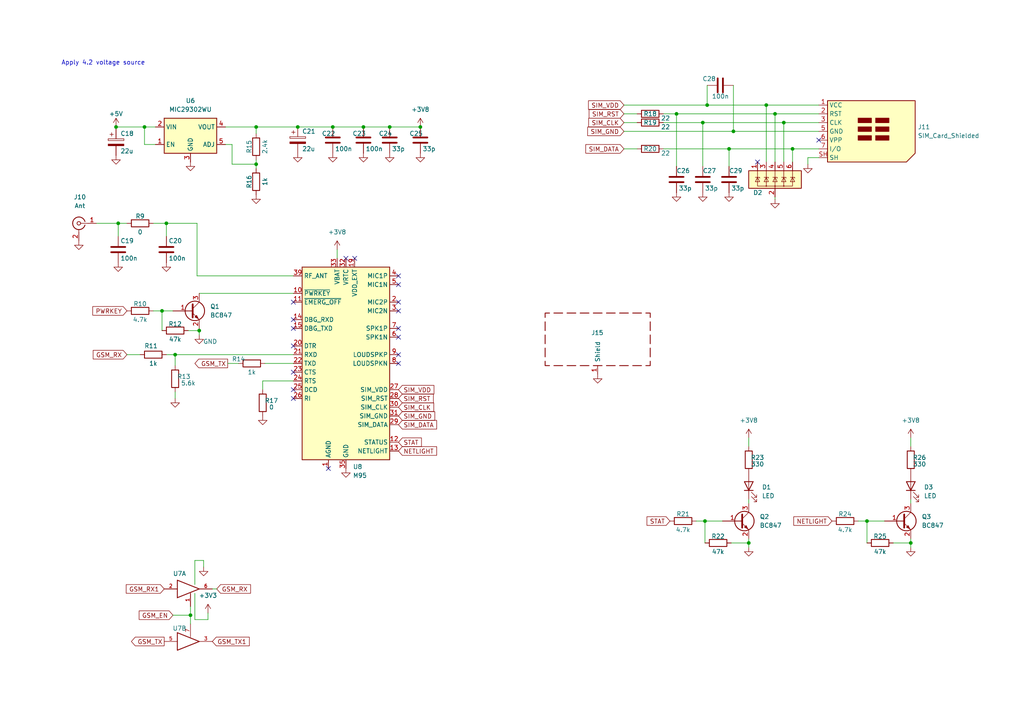
<source format=kicad_sch>
(kicad_sch (version 20211123) (generator eeschema)
  (paper "A4")
  (lib_symbols
    (symbol "74xGxx:74LVC2G126" (pin_names (offset 1.016))
      (property "Reference" "U" (at -2.54 3.81 0))
      (property "Value" "74LVC2G126" (at 0 -3.81 0))
      (symbol "74LVC2G126_0_1"
        (polyline (pts (xy -3.81 2.54) (xy -3.81 -2.54) (xy 2.54 0) (xy -3.81 2.54)) (stroke (width 0.254)))
        (pin power_in line (at 1.27 -1.27 270) (length 0) hide (name "GND") (number "4"))
        (pin power_in line (at 1.27 1.27 90) (length 0) hide (name "VCC") (number "8"))
      )
      (symbol "74LVC2G126_1_1"
        (pin input line (at 0 5.08 270) (length 3.81) (name "~") (number "1"))
        (pin input line (at -7.62 0 0) (length 3.81) (name "~") (number "2"))
        (pin tri_state line (at 6.35 0 180) (length 3.81) (name "~") (number "6"))
      )
      (symbol "74LVC2G126_2_1"
        (pin tri_state line (at 6.35 0 180) (length 3.81) (name "~") (number "3"))
        (pin input line (at -7.62 0 0) (length 3.81) (name "~") (number "5"))
        (pin input line (at 0 5.08 270) (length 3.81) (name "~") (number "7"))
      )
    )
    (symbol "Connector:Conn_Coaxial" (pin_names (offset 1.016) hide)
      (property "Reference" "J" (at 0.254 3.048 0))
      (property "Value" "Conn_Coaxial" (at 2.921 0 90))
      (symbol "Conn_Coaxial_0_1"
        (arc (start -1.778 -0.508) (mid 0.222 -1.808) (end 1.778 0) (stroke (width 0.254)))
        (polyline (pts (xy -2.54 0) (xy -0.508 0)))
        (polyline (pts (xy 0 -2.54) (xy 0 -1.778)))
        (circle (center 0 0) (radius 0.508) (stroke (width 0.2032)))
        (arc (start 1.778 0) (mid 0.222 1.8083) (end -1.778 0.508) (stroke (width 0.254)))
      )
      (symbol "Conn_Coaxial_1_1"
        (pin passive line (at -5.08 0 0) (length 2.54) (name "In") (number "1"))
        (pin passive line (at 0 -5.08 90) (length 2.54) (name "Ext") (number "2"))
      )
    )
    (symbol "Connector:SIM_Card_Shielded"
      (property "Reference" "J" (at -2.54 12.7 0))
      (property "Value" "SIM_Card_Shielded" (at -1.27 10.16 0))
      (symbol "SIM_Card_Shielded_0_1"
        (rectangle (start -1.27 -2.54) (end 2.54 -1.27) (stroke (width 0.254)) (fill (type outline)))
        (rectangle (start -1.27 0) (end 2.54 1.27) (stroke (width 0.254)) (fill (type outline)))
        (rectangle (start -1.27 2.54) (end 2.54 3.81) (stroke (width 0.254)) (fill (type outline)))
        (polyline (pts (xy -10.16 8.89) (xy -10.16 -8.89) (xy 12.7 -8.89) (xy 15.24 -6.35) (xy 15.24 8.89) (xy -10.16 8.89)) (stroke (width 0.254)) (fill (type background)))
        (rectangle (start 3.81 -1.27) (end 7.62 -2.54) (stroke (width 0.254)) (fill (type outline)))
        (rectangle (start 3.81 0) (end 7.62 1.27) (stroke (width 0.254)) (fill (type outline)))
        (rectangle (start 3.81 2.54) (end 7.62 3.81) (stroke (width 0.254)) (fill (type outline)))
      )
      (symbol "SIM_Card_Shielded_1_1"
        (pin power_in line (at -12.7 7.62 0) (length 2.54) (name "VCC") (number "1"))
        (pin input line (at -12.7 5.08 0) (length 2.54) (name "RST") (number "2"))
        (pin input line (at -12.7 2.54 0) (length 2.54) (name "CLK") (number "3"))
        (pin power_in line (at -12.7 0 0) (length 2.54) (name "GND") (number "5"))
        (pin input line (at -12.7 -2.54 0) (length 2.54) (name "VPP") (number "6"))
        (pin bidirectional line (at -12.7 -5.08 0) (length 2.54) (name "I/O") (number "7"))
        (pin passive line (at -12.7 -7.62 0) (length 2.54) (name "SH") (number "SH"))
      )
    )
    (symbol "Device:C" (pin_numbers hide) (pin_names (offset 0.254))
      (property "Reference" "C" (at 0.635 2.54 0))
      (property "Value" "C" (at 0.635 -2.54 0))
      (symbol "C_0_1"
        (polyline (pts (xy -2.032 -0.762) (xy 2.032 -0.762)) (stroke (width 0.508)))
        (polyline (pts (xy -2.032 0.762) (xy 2.032 0.762)) (stroke (width 0.508)))
      )
      (symbol "C_1_1"
        (pin passive line (at 0 3.81 270) (length 2.794) (name "~") (number "1"))
        (pin passive line (at 0 -3.81 90) (length 2.794) (name "~") (number "2"))
      )
    )
    (symbol "Device:C_Polarized" (pin_numbers hide) (pin_names (offset 0.254))
      (property "Reference" "C" (at 0.635 2.54 0))
      (property "Value" "C_Polarized" (at 0.635 -2.54 0))
      (symbol "C_Polarized_0_1"
        (rectangle (start -2.286 0.508) (end 2.286 1.016))
        (polyline (pts (xy -1.778 2.286) (xy -0.762 2.286)))
        (polyline (pts (xy -1.27 2.794) (xy -1.27 1.778)))
        (rectangle (start 2.286 -0.508) (end -2.286 -1.016) (fill (type outline)))
      )
      (symbol "C_Polarized_1_1"
        (pin passive line (at 0 3.81 270) (length 2.794) (name "~") (number "1"))
        (pin passive line (at 0 -3.81 90) (length 2.794) (name "~") (number "2"))
      )
    )
    (symbol "Device:LED" (pin_numbers hide) (pin_names (offset 1.016) hide)
      (property "Reference" "D" (at 0 2.54 0))
      (property "Value" "LED" (at 0 -2.54 0))
      (symbol "LED_0_1"
        (polyline (pts (xy -1.27 -1.27) (xy -1.27 1.27)) (stroke (width 0.254)))
        (polyline (pts (xy -1.27 0) (xy 1.27 0)))
        (polyline (pts (xy 1.27 -1.27) (xy 1.27 1.27) (xy -1.27 0) (xy 1.27 -1.27)) (stroke (width 0.254)))
        (polyline (pts (xy -3.048 -0.762) (xy -4.572 -2.286) (xy -3.81 -2.286) (xy -4.572 -2.286) (xy -4.572 -1.524)))
        (polyline (pts (xy -1.778 -0.762) (xy -3.302 -2.286) (xy -2.54 -2.286) (xy -3.302 -2.286) (xy -3.302 -1.524)))
      )
      (symbol "LED_1_1"
        (pin passive line (at -3.81 0 0) (length 2.54) (name "K") (number "1"))
        (pin passive line (at 3.81 0 180) (length 2.54) (name "A") (number "2"))
      )
    )
    (symbol "Device:R" (pin_numbers hide) (pin_names (offset 0))
      (property "Reference" "R" (at 2.032 0 90))
      (property "Value" "R" (at 0 0 90))
      (symbol "R_0_1"
        (rectangle (start -1.016 -2.54) (end 1.016 2.54) (stroke (width 0.254)))
      )
      (symbol "R_1_1"
        (pin passive line (at 0 3.81 270) (length 1.27) (name "~") (number "1"))
        (pin passive line (at 0 -3.81 90) (length 1.27) (name "~") (number "2"))
      )
    )
    (symbol "Device:RFShield_OnePiece" (pin_names (offset 1.016))
      (property "Reference" "J" (at 0 5.08 0))
      (property "Value" "RFShield_OnePiece" (at 0 2.54 0))
      (symbol "RFShield_OnePiece_0_1"
        (polyline (pts (xy -15.24 -5.08) (xy -15.24 -2.54)) (stroke (width 0.254)))
        (polyline (pts (xy -15.24 -1.27) (xy -15.24 1.27)) (stroke (width 0.254)))
        (polyline (pts (xy -15.24 2.54) (xy -15.24 5.08)) (stroke (width 0.254)))
        (polyline (pts (xy -12.7 7.62) (xy -10.16 7.62)) (stroke (width 0.254)))
        (polyline (pts (xy -10.16 -7.62) (xy -12.7 -7.62)) (stroke (width 0.254)))
        (polyline (pts (xy -6.35 -7.62) (xy -8.89 -7.62)) (stroke (width 0.254)))
        (polyline (pts (xy -6.35 7.62) (xy -8.89 7.62)) (stroke (width 0.254)))
        (polyline (pts (xy -2.54 -7.62) (xy -5.08 -7.62)) (stroke (width 0.254)))
        (polyline (pts (xy -2.54 7.62) (xy -5.08 7.62)) (stroke (width 0.254)))
        (polyline (pts (xy -1.27 -7.62) (xy 1.27 -7.62)) (stroke (width 0.254)))
        (polyline (pts (xy 1.27 7.62) (xy -1.27 7.62)) (stroke (width 0.254)))
        (polyline (pts (xy 2.54 -7.62) (xy 5.08 -7.62)) (stroke (width 0.254)))
        (polyline (pts (xy 5.08 7.62) (xy 2.54 7.62)) (stroke (width 0.254)))
        (polyline (pts (xy 6.35 -7.62) (xy 8.89 -7.62)) (stroke (width 0.254)))
        (polyline (pts (xy 8.89 7.62) (xy 6.35 7.62)) (stroke (width 0.254)))
        (polyline (pts (xy 10.16 -7.62) (xy 12.7 -7.62)) (stroke (width 0.254)))
        (polyline (pts (xy 12.7 7.62) (xy 10.16 7.62)) (stroke (width 0.254)))
        (polyline (pts (xy 15.24 -5.08) (xy 15.24 -2.54)) (stroke (width 0.254)))
        (polyline (pts (xy 15.24 -1.27) (xy 15.24 1.27)) (stroke (width 0.254)))
        (polyline (pts (xy 15.24 2.54) (xy 15.24 5.08)) (stroke (width 0.254)))
        (polyline (pts (xy -15.24 6.35) (xy -15.24 7.62) (xy -13.97 7.62)) (stroke (width 0.254)))
        (polyline (pts (xy -13.97 -7.62) (xy -15.24 -7.62) (xy -15.24 -6.35)) (stroke (width 0.254)))
        (polyline (pts (xy 13.97 -7.62) (xy 15.24 -7.62) (xy 15.24 -6.35)) (stroke (width 0.254)))
        (polyline (pts (xy 15.24 6.35) (xy 15.24 7.62) (xy 13.97 7.62)) (stroke (width 0.254)))
      )
      (symbol "RFShield_OnePiece_1_1"
        (pin passive line (at 0 -10.16 90) (length 2.54) (name "Shield") (number "1"))
      )
    )
    (symbol "Power_Protection:ESDA6V1-5SC6" (pin_names hide)
      (property "Reference" "D" (at -5.08 -3.81 0))
      (property "Value" "ESDA6V1-5SC6" (at 2.54 -3.81 0))
      (symbol "ESDA6V1-5SC6_0_0"
        (pin passive line (at 0 -5.08 90) (length 2.54) (name "GND") (number "2"))
      )
      (symbol "ESDA6V1-5SC6_0_1"
        (rectangle (start -7.62 2.54) (end 7.62 -2.54) (stroke (width 0.254)) (fill (type background)))
        (circle (center -2.54 -1.905) (radius 0.127))
        (circle (center 0 -1.905) (radius 0.127))
        (polyline (pts (xy -2.54 2.54) (xy -2.54 -1.905)))
        (polyline (pts (xy 0 2.54) (xy 0 -2.54)))
        (polyline (pts (xy 2.54 2.54) (xy 2.54 -1.905)))
        (polyline (pts (xy -5.715 0.635) (xy -4.445 0.635) (xy -4.445 0.381)))
        (polyline (pts (xy -3.175 0.635) (xy -1.905 0.635) (xy -1.905 0.381)))
        (polyline (pts (xy -0.635 0.635) (xy 0.635 0.635) (xy 0.635 0.381)))
        (polyline (pts (xy 1.905 0.635) (xy 3.175 0.635) (xy 3.175 0.381)))
        (polyline (pts (xy 4.445 0.635) (xy 5.715 0.635) (xy 5.715 0.381)))
        (polyline (pts (xy -5.715 -0.635) (xy -4.445 -0.635) (xy -5.08 0.635) (xy -5.715 -0.635)))
        (polyline (pts (xy -5.08 2.54) (xy -5.08 -1.905) (xy 5.08 -1.905) (xy 5.08 2.54)))
        (polyline (pts (xy -3.175 -0.635) (xy -1.905 -0.635) (xy -2.54 0.635) (xy -3.175 -0.635)))
        (polyline (pts (xy -0.635 -0.635) (xy 0.635 -0.635) (xy 0 0.635) (xy -0.635 -0.635)))
        (polyline (pts (xy 1.905 -0.635) (xy 3.175 -0.635) (xy 2.54 0.635) (xy 1.905 -0.635)))
        (polyline (pts (xy 4.445 -0.635) (xy 5.715 -0.635) (xy 5.08 0.635) (xy 4.445 -0.635)))
        (circle (center 2.54 -1.905) (radius 0.127))
      )
      (symbol "ESDA6V1-5SC6_1_1"
        (pin passive line (at -5.08 5.08 270) (length 2.54) (name "IO1") (number "1"))
        (pin passive line (at -2.54 5.08 270) (length 2.54) (name "IO2") (number "3"))
        (pin passive line (at 0 5.08 270) (length 2.54) (name "IO3") (number "4"))
        (pin passive line (at 2.54 5.08 270) (length 2.54) (name "IO4") (number "5"))
        (pin passive line (at 5.08 5.08 270) (length 2.54) (name "IO5") (number "6"))
      )
    )
    (symbol "RF_GSM:M95"
      (property "Reference" "U" (at -12.7 29.21 0))
      (property "Value" "M95" (at 12.7 29.21 0))
      (symbol "M95_0_1"
        (rectangle (start -12.7 27.94) (end 12.7 -27.94) (stroke (width 0.254)) (fill (type background)))
      )
      (symbol "M95_1_1"
        (pin power_in line (at -5.08 -30.48 90) (length 2.54) (name "AGND") (number "1"))
        (pin input line (at -15.24 20.32 0) (length 2.54) (name "~{PWRKEY}") (number "10"))
        (pin input line (at -15.24 17.78 0) (length 2.54) (name "~{EMERG_OFF}") (number "11"))
        (pin output line (at 15.24 -22.86 180) (length 2.54) (name "STATUS") (number "12"))
        (pin output line (at 15.24 -25.4 180) (length 2.54) (name "NETLIGHT") (number "13"))
        (pin input line (at -15.24 12.7 0) (length 2.54) (name "DBG_RXD") (number "14"))
        (pin output line (at -15.24 10.16 0) (length 2.54) (name "DBG_TXD") (number "15"))
        (pin no_connect line (at -12.7 -12.7 0) (length 2.54) hide (name "RESERVED") (number "16"))
        (pin no_connect line (at -12.7 -15.24 0) (length 2.54) hide (name "RESERVED") (number "17"))
        (pin no_connect line (at -12.7 -17.78 0) (length 2.54) hide (name "RESERVED") (number "18"))
        (pin power_out line (at 2.54 30.48 270) (length 2.54) (name "VDD_EXT") (number "19"))
        (pin input line (at 15.24 17.78 180) (length 2.54) (name "MIC2P") (number "2"))
        (pin input line (at -15.24 5.08 0) (length 2.54) (name "DTR") (number "20"))
        (pin input line (at -15.24 2.54 0) (length 2.54) (name "RXD") (number "21"))
        (pin output line (at -15.24 0 0) (length 2.54) (name "TXD") (number "22"))
        (pin output line (at -15.24 -2.54 0) (length 2.54) (name "CTS") (number "23"))
        (pin input line (at -15.24 -5.08 0) (length 2.54) (name "RTS") (number "24"))
        (pin output line (at -15.24 -7.62 0) (length 2.54) (name "DCD") (number "25"))
        (pin output line (at -15.24 -10.16 0) (length 2.54) (name "RI") (number "26"))
        (pin power_out line (at 15.24 -7.62 180) (length 2.54) (name "SIM_VDD") (number "27"))
        (pin output line (at 15.24 -10.16 180) (length 2.54) (name "SIM_RST") (number "28"))
        (pin bidirectional line (at 15.24 -17.78 180) (length 2.54) (name "SIM_DATA") (number "29"))
        (pin input line (at 15.24 15.24 180) (length 2.54) (name "MIC2N") (number "3"))
        (pin output line (at 15.24 -12.7 180) (length 2.54) (name "SIM_CLK") (number "30"))
        (pin power_out line (at 15.24 -15.24 180) (length 2.54) (name "SIM_GND") (number "31"))
        (pin power_in line (at 0 30.48 270) (length 2.54) (name "VRTC") (number "32"))
        (pin power_in line (at -2.54 30.48 270) (length 2.54) (name "VBAT") (number "33"))
        (pin passive line (at -2.54 30.48 270) (length 2.54) hide (name "VBAT") (number "34"))
        (pin power_in line (at 0 -30.48 90) (length 2.54) (name "GND") (number "35"))
        (pin passive line (at 0 -30.48 90) (length 2.54) hide (name "GND") (number "36"))
        (pin passive line (at 0 -30.48 90) (length 2.54) hide (name "GND") (number "37"))
        (pin passive line (at 0 -30.48 90) (length 2.54) hide (name "GND") (number "38"))
        (pin passive line (at -15.24 25.4 0) (length 2.54) (name "RF_ANT") (number "39"))
        (pin input line (at 15.24 25.4 180) (length 2.54) (name "MIC1P") (number "4"))
        (pin passive line (at 0 -30.48 90) (length 2.54) hide (name "GND") (number "40"))
        (pin no_connect line (at -12.7 -20.32 0) (length 2.54) hide (name "RESERVED") (number "41"))
        (pin no_connect line (at -12.7 -22.86 0) (length 2.54) hide (name "RESERVED") (number "42"))
        (pin input line (at 15.24 22.86 180) (length 2.54) (name "MIC1N") (number "5"))
        (pin output line (at 15.24 7.62 180) (length 2.54) (name "SPK1N") (number "6"))
        (pin output line (at 15.24 10.16 180) (length 2.54) (name "SPK1P") (number "7"))
        (pin output line (at 15.24 0 180) (length 2.54) (name "LOUDSPKN") (number "8"))
        (pin output line (at 15.24 2.54 180) (length 2.54) (name "LOUDSPKP") (number "9"))
      )
    )
    (symbol "Regulator_Linear:MIC29302WU"
      (property "Reference" "U" (at -6.35 6.35 0))
      (property "Value" "MIC29302WU" (at 2.54 6.35 0))
      (symbol "MIC29302WU_1_1"
        (rectangle (start -7.62 5.08) (end 7.62 -5.08) (stroke (width 0.254)) (fill (type background)))
        (pin input line (at -10.16 -2.54 0) (length 2.54) (name "EN") (number "1"))
        (pin power_in line (at -10.16 2.54 0) (length 2.54) (name "VIN") (number "2"))
        (pin power_in line (at 0 -7.62 90) (length 2.54) (name "GND") (number "3"))
        (pin power_out line (at 10.16 2.54 180) (length 2.54) (name "VOUT") (number "4"))
        (pin input line (at 10.16 -2.54 180) (length 2.54) (name "ADJ") (number "5"))
      )
    )
    (symbol "Transistor_BJT:BC847" (pin_names (offset 0) hide)
      (property "Reference" "Q" (at 5.08 1.905 0))
      (property "Value" "BC847" (at 5.08 0 0))
      (symbol "BC847_0_1"
        (polyline (pts (xy 0.635 0.635) (xy 2.54 2.54)))
        (polyline (pts (xy 0.635 -0.635) (xy 2.54 -2.54) (xy 2.54 -2.54)))
        (polyline (pts (xy 0.635 1.905) (xy 0.635 -1.905) (xy 0.635 -1.905)) (stroke (width 0.508)))
        (polyline (pts (xy 1.27 -1.778) (xy 1.778 -1.27) (xy 2.286 -2.286) (xy 1.27 -1.778) (xy 1.27 -1.778)) (fill (type outline)))
        (circle (center 1.27 0) (radius 2.8194) (stroke (width 0.254)))
      )
      (symbol "BC847_1_1"
        (pin input line (at -5.08 0 0) (length 5.715) (name "B") (number "1"))
        (pin passive line (at 2.54 -5.08 90) (length 2.54) (name "E") (number "2"))
        (pin passive line (at 2.54 5.08 270) (length 2.54) (name "C") (number "3"))
      )
    )
    (symbol "power:+3.3V" (power) (pin_names (offset 0))
      (property "Value" "+3.3V" (at 0 3.556 0))
      (symbol "+3.3V_0_1"
        (polyline (pts (xy -0.762 1.27) (xy 0 2.54)))
        (polyline (pts (xy 0 0) (xy 0 2.54)))
        (polyline (pts (xy 0 2.54) (xy 0.762 1.27)))
      )
      (symbol "+3.3V_1_1"
        (pin power_in line (at 0 0 90) (length 0) hide (name "+3V3") (number "1"))
      )
    )
    (symbol "power:+3V8" (power) (pin_names (offset 0))
      (property "Value" "+3V8" (at 0 3.556 0))
      (symbol "+3V8_0_1"
        (polyline (pts (xy -0.762 1.27) (xy 0 2.54)))
        (polyline (pts (xy 0 0) (xy 0 2.54)))
        (polyline (pts (xy 0 2.54) (xy 0.762 1.27)))
      )
      (symbol "+3V8_1_1"
        (pin power_in line (at 0 0 90) (length 0) hide (name "+3V8") (number "1"))
      )
    )
    (symbol "power:+5V" (power) (pin_names (offset 0))
      (property "Value" "+5V" (at 0 3.556 0))
      (symbol "+5V_0_1"
        (polyline (pts (xy -0.762 1.27) (xy 0 2.54)))
        (polyline (pts (xy 0 0) (xy 0 2.54)))
        (polyline (pts (xy 0 2.54) (xy 0.762 1.27)))
      )
      (symbol "+5V_1_1"
        (pin power_in line (at 0 0 90) (length 0) hide (name "+5V") (number "1"))
      )
    )
    (symbol "power:GND" (power) (pin_names (offset 0))
      (property "Value" "GND" (at 0 -3.81 0))
      (symbol "GND_0_1"
        (polyline (pts (xy 0 0) (xy 0 -1.27) (xy 1.27 -1.27) (xy 0 -2.54) (xy -1.27 -1.27) (xy 0 -1.27)))
      )
      (symbol "GND_1_1"
        (pin power_in line (at 0 0 270) (length 0) hide (name "GND") (number "1"))
      )
    )
  )
  (junction (at 50.8 102.87))
  (junction (at 203.835 35.56))
  (junction (at 121.92 36.83))
  (junction (at 113.03 36.83))
  (junction (at 224.79 33.02))
  (junction (at 34.29 64.77))
  (junction (at 48.26 64.77))
  (junction (at 96.52 36.83))
  (junction (at 86.36 36.83))
  (junction (at 105.41 36.83))
  (junction (at 74.295 36.83))
  (junction (at 57.785 95.885))
  (junction (at 33.655 36.83))
  (junction (at 251.46 151.13))
  (junction (at 229.87 43.18))
  (junction (at 196.215 33.02))
  (junction (at 204.47 151.13))
  (junction (at 205.105 30.48))
  (junction (at 227.33 35.56))
  (junction (at 211.455 43.18))
  (junction (at 55.245 178.435))
  (junction (at 264.16 157.48))
  (junction (at 46.99 90.17))
  (junction (at 222.25 30.48))
  (junction (at 217.17 157.48))
  (junction (at 212.725 38.1))
  (junction (at 41.91 36.83))
  (junction (at 74.295 47.625))
  (no_connect (at 237.49 40.64))
  (no_connect (at 219.71 46.99))
  (no_connect (at 85.09 100.33))
  (no_connect (at 100.33 74.93))
  (no_connect (at 102.87 74.93))
  (no_connect (at 115.57 87.63))
  (no_connect (at 115.57 90.17))
  (no_connect (at 115.57 95.25))
  (no_connect (at 115.57 102.87))
  (no_connect (at 115.57 97.79))
  (no_connect (at 115.57 80.01))
  (no_connect (at 115.57 82.55))
  (no_connect (at 115.57 105.41))
  (no_connect (at 85.09 95.25))
  (no_connect (at 85.09 87.63))
  (no_connect (at 85.09 92.71))
  (no_connect (at 85.09 107.95))
  (no_connect (at 85.09 113.03))
  (no_connect (at 85.09 115.57))
  (no_connect (at 95.25 135.89))
  (wire (pts (xy 212.725 24.765) (xy 212.725 38.1)))
  (wire (pts (xy 59.055 164.465) (xy 59.055 162.56)))
  (wire (pts (xy 192.405 35.56) (xy 203.835 35.56)))
  (wire (pts (xy 66.04 105.41) (xy 69.215 105.41)))
  (wire (pts (xy 61.595 170.815) (xy 62.865 170.815)))
  (wire (pts (xy 67.31 47.625) (xy 74.295 47.625)))
  (wire (pts (xy 50.165 178.435) (xy 55.245 178.435)))
  (wire (pts (xy 229.87 43.18) (xy 237.49 43.18)))
  (wire (pts (xy 36.83 102.87) (xy 40.64 102.87)))
  (wire (pts (xy 192.405 43.18) (xy 211.455 43.18)))
  (wire (pts (xy 34.29 64.77) (xy 36.83 64.77)))
  (wire (pts (xy 105.41 36.83) (xy 113.03 36.83)))
  (wire (pts (xy 217.17 127) (xy 217.17 129.54)))
  (wire (pts (xy 180.975 35.56) (xy 184.785 35.56)))
  (wire (pts (xy 74.295 36.83) (xy 86.36 36.83)))
  (wire (pts (xy 264.16 146.05) (xy 264.16 144.78)))
  (wire (pts (xy 85.09 80.01) (xy 57.15 80.01)))
  (wire (pts (xy 65.405 41.91) (xy 67.31 41.91)))
  (wire (pts (xy 57.785 85.09) (xy 85.09 85.09)))
  (wire (pts (xy 203.835 48.26) (xy 203.835 35.56)))
  (wire (pts (xy 76.835 105.41) (xy 85.09 105.41)))
  (wire (pts (xy 229.87 43.18) (xy 229.87 46.99)))
  (wire (pts (xy 234.315 45.72) (xy 234.315 47.625)))
  (wire (pts (xy 65.405 36.83) (xy 74.295 36.83)))
  (wire (pts (xy 222.25 30.48) (xy 222.25 46.99)))
  (wire (pts (xy 76.2 110.49) (xy 85.09 110.49)))
  (wire (pts (xy 204.47 157.48) (xy 204.47 151.13)))
  (wire (pts (xy 259.08 157.48) (xy 264.16 157.48)))
  (wire (pts (xy 264.16 127) (xy 264.16 129.54)))
  (wire (pts (xy 196.215 33.02) (xy 224.79 33.02)))
  (wire (pts (xy 86.36 36.83) (xy 96.52 36.83)))
  (wire (pts (xy 57.15 80.01) (xy 57.15 64.77)))
  (wire (pts (xy 113.03 36.83) (xy 121.92 36.83)))
  (wire (pts (xy 50.8 102.87) (xy 85.09 102.87)))
  (wire (pts (xy 224.79 57.15) (xy 224.79 57.785)))
  (wire (pts (xy 74.295 36.83) (xy 74.295 38.735)))
  (wire (pts (xy 204.47 151.13) (xy 209.55 151.13)))
  (wire (pts (xy 33.655 36.83) (xy 33.655 37.465)))
  (wire (pts (xy 212.09 157.48) (xy 217.17 157.48)))
  (wire (pts (xy 54.61 95.885) (xy 57.785 95.885)))
  (wire (pts (xy 55.245 175.895) (xy 55.245 178.435)))
  (wire (pts (xy 248.92 151.13) (xy 251.46 151.13)))
  (wire (pts (xy 60.325 177.8) (xy 60.325 179.705)))
  (wire (pts (xy 45.085 41.91) (xy 41.91 41.91)))
  (wire (pts (xy 46.99 90.17) (xy 50.165 90.17)))
  (wire (pts (xy 50.8 113.665) (xy 50.8 115.57)))
  (wire (pts (xy 205.105 24.765) (xy 205.105 30.48)))
  (wire (pts (xy 222.25 30.48) (xy 237.49 30.48)))
  (wire (pts (xy 224.79 33.02) (xy 237.49 33.02)))
  (wire (pts (xy 33.655 36.83) (xy 41.91 36.83)))
  (wire (pts (xy 48.26 64.77) (xy 57.15 64.77)))
  (wire (pts (xy 224.79 33.02) (xy 224.79 46.99)))
  (wire (pts (xy 57.785 95.25) (xy 57.785 95.885)))
  (wire (pts (xy 48.26 64.77) (xy 48.26 68.58)))
  (wire (pts (xy 217.17 157.48) (xy 217.17 158.75)))
  (wire (pts (xy 56.515 162.56) (xy 59.055 162.56)))
  (wire (pts (xy 44.45 64.77) (xy 48.26 64.77)))
  (wire (pts (xy 264.16 156.21) (xy 264.16 157.48)))
  (wire (pts (xy 96.52 36.83) (xy 105.41 36.83)))
  (wire (pts (xy 180.975 30.48) (xy 205.105 30.48)))
  (wire (pts (xy 74.295 47.625) (xy 74.295 48.895)))
  (wire (pts (xy 264.16 157.48) (xy 264.16 158.75)))
  (wire (pts (xy 227.33 35.56) (xy 237.49 35.56)))
  (wire (pts (xy 217.17 156.21) (xy 217.17 157.48)))
  (wire (pts (xy 48.26 102.87) (xy 50.8 102.87)))
  (wire (pts (xy 211.455 48.26) (xy 211.455 43.18)))
  (wire (pts (xy 211.455 43.18) (xy 229.87 43.18)))
  (wire (pts (xy 192.405 33.02) (xy 196.215 33.02)))
  (wire (pts (xy 203.835 35.56) (xy 227.33 35.56)))
  (wire (pts (xy 27.94 64.77) (xy 34.29 64.77)))
  (wire (pts (xy 76.2 113.03) (xy 76.2 110.49)))
  (wire (pts (xy 180.975 43.18) (xy 184.785 43.18)))
  (wire (pts (xy 180.975 38.1) (xy 212.725 38.1)))
  (wire (pts (xy 201.93 151.13) (xy 204.47 151.13)))
  (wire (pts (xy 46.99 90.17) (xy 46.99 95.885)))
  (wire (pts (xy 74.295 46.355) (xy 74.295 47.625)))
  (wire (pts (xy 196.215 33.02) (xy 196.215 48.26)))
  (wire (pts (xy 44.45 90.17) (xy 46.99 90.17)))
  (wire (pts (xy 41.91 41.91) (xy 41.91 36.83)))
  (wire (pts (xy 56.515 172.085) (xy 56.515 179.705)))
  (wire (pts (xy 251.46 151.13) (xy 256.54 151.13)))
  (wire (pts (xy 205.105 30.48) (xy 222.25 30.48)))
  (wire (pts (xy 57.785 95.885) (xy 57.785 97.155)))
  (wire (pts (xy 55.245 178.435) (xy 55.245 180.975)))
  (wire (pts (xy 217.17 146.05) (xy 217.17 144.78)))
  (wire (pts (xy 212.725 38.1) (xy 237.49 38.1)))
  (wire (pts (xy 34.29 64.77) (xy 34.29 68.58)))
  (wire (pts (xy 227.33 35.56) (xy 227.33 46.99)))
  (wire (pts (xy 56.515 179.705) (xy 60.325 179.705)))
  (wire (pts (xy 251.46 157.48) (xy 251.46 151.13)))
  (wire (pts (xy 180.975 33.02) (xy 184.785 33.02)))
  (wire (pts (xy 56.515 162.56) (xy 56.515 169.545)))
  (wire (pts (xy 67.31 41.91) (xy 67.31 47.625)))
  (wire (pts (xy 97.79 72.39) (xy 97.79 74.93)))
  (wire (pts (xy 41.91 36.83) (xy 45.085 36.83)))
  (wire (pts (xy 237.49 45.72) (xy 234.315 45.72)))
  (wire (pts (xy 50.8 102.87) (xy 50.8 106.045)))
  (text "Apply 4.2 voltage source\n" (at 17.78 19.05 0) (effects (font (size 1.27 1.27)) (justify left bottom)))
  (global_label "SIM_DATA" (shape input) (at 180.975 43.18 180) (property "Intersheet References" "${INTERSHEET_REFS}" (effects hide)))
  (global_label "SIM_VDD" (shape input) (at 115.57 113.03 0) (property "Intersheet References" "${INTERSHEET_REFS}" (effects hide)))
  (global_label "SIM_RST" (shape input) (at 180.975 33.02 180) (property "Intersheet References" "${INTERSHEET_REFS}" (effects hide)))
  (global_label "STAT" (shape input) (at 115.57 128.27 0) (property "Intersheet References" "${INTERSHEET_REFS}" (effects hide)))
  (global_label "GSM_TX" (shape output) (at 47.625 186.055 180) (property "Intersheet References" "${INTERSHEET_REFS}" (effects hide)))
  (global_label "GSM_TX" (shape output) (at 66.04 105.41 180) (property "Intersheet References" "${INTERSHEET_REFS}" (effects hide)))
  (global_label "SIM_VDD" (shape input) (at 180.975 30.48 180) (property "Intersheet References" "${INTERSHEET_REFS}" (effects hide)))
  (global_label "NETLIGHT" (shape input) (at 115.57 130.81 0) (property "Intersheet References" "${INTERSHEET_REFS}" (effects hide)))
  (global_label "SIM_CLK" (shape input) (at 115.57 118.11 0) (property "Intersheet References" "${INTERSHEET_REFS}" (effects hide)))
  (global_label "SIM_RST" (shape input) (at 115.57 115.57 0) (property "Intersheet References" "${INTERSHEET_REFS}" (effects hide)))
  (global_label "PWRKEY" (shape input) (at 36.83 90.17 180) (property "Intersheet References" "${INTERSHEET_REFS}" (effects hide)))
  (global_label "GSM_TX1" (shape input) (at 61.595 186.055 0) (property "Intersheet References" "${INTERSHEET_REFS}" (effects hide)))
  (global_label "SIM_GND" (shape input) (at 115.57 120.65 0) (property "Intersheet References" "${INTERSHEET_REFS}" (effects hide)))
  (global_label "SIM_CLK" (shape input) (at 180.975 35.56 180) (property "Intersheet References" "${INTERSHEET_REFS}" (effects hide)))
  (global_label "NETLIGHT" (shape input) (at 241.3 151.13 180) (property "Intersheet References" "${INTERSHEET_REFS}" (effects hide)))
  (global_label "SIM_DATA" (shape input) (at 115.57 123.19 0) (property "Intersheet References" "${INTERSHEET_REFS}" (effects hide)))
  (global_label "GSM_RX" (shape input) (at 36.83 102.87 180) (property "Intersheet References" "${INTERSHEET_REFS}" (effects hide)))
  (global_label "GSM_RX" (shape input) (at 62.865 170.815 0) (property "Intersheet References" "${INTERSHEET_REFS}" (effects hide)))
  (global_label "GSM_RX1" (shape input) (at 47.625 170.815 180) (property "Intersheet References" "${INTERSHEET_REFS}" (effects hide)))
  (global_label "GSM_EN" (shape input) (at 50.165 178.435 180) (property "Intersheet References" "${INTERSHEET_REFS}" (effects hide)))
  (global_label "SIM_GND" (shape input) (at 180.975 38.1 180) (property "Intersheet References" "${INTERSHEET_REFS}" (effects hide)))
  (global_label "STAT" (shape input) (at 194.31 151.13 180) (property "Intersheet References" "${INTERSHEET_REFS}" (effects hide)))
  (symbol (lib_id "power:+3V8") (at 264.16 127 0) (unit 1)
    (property "Reference" "#PWR066" (effects hide))
    (property "Value" "+3V8" (at 264.16 121.92 0))
  )
  (symbol (lib_id "Device:R") (at 40.64 64.77 270) (unit 1)
    (property "Reference" "R9" (at 40.64 62.738 90))
    (property "Value" "0" (at 40.64 67.31 90))
    (property "Footprint" "Resistor_SMD:R_0402_1005Metric" (effects hide))
  )
  (symbol (lib_id "Device:R") (at 50.8 109.855 180) (unit 1)
    (property "Reference" "R13" (at 53.34 109.22 0))
    (property "Value" "5.6k" (at 54.61 111.125 0))
    (property "Footprint" "Resistor_SMD:R_0402_1005Metric" (effects hide))
  )
  (symbol (lib_id "Device:C") (at 211.455 52.07 0) (unit 1)
    (property "Reference" "C29" (at 211.455 49.53 0) (effects (justify left)))
    (property "Value" "33p" (at 212.09 54.61 0) (effects (justify left)))
    (property "Footprint" "Capacitor_SMD:C_0402_1005Metric" (effects hide))
  )
  (symbol (lib_id "Device:R") (at 198.12 151.13 270) (unit 1)
    (property "Reference" "R21" (at 198.12 149.098 90))
    (property "Value" "4.7k" (at 198.12 153.67 90))
    (property "Footprint" "Resistor_SMD:R_0402_1005Metric" (effects hide))
  )
  (symbol (lib_id "74xGxx:74LVC2G126") (at 55.245 170.815 0) (mirror x) (unit 1)
    (property "Reference" "U7" (at 52.07 166.37 0))
    (property "Value" "74LVC2G126" (effects hide))
    (property "Footprint" "Package_SO:VSSOP-8_2.4x2.1mm_P0.5mm" (effects hide))
    (property "Datasheet" "http://www.ti.com/lit/sg/scyt129e/scyt129e.pdf" (effects hide))
  )
  (symbol (lib_id "Device:C") (at 96.52 40.64 0) (unit 1)
    (property "Reference" "C22" (at 93.345 38.735 0) (effects (justify left)))
    (property "Value" "100n" (at 97.155 43.18 0) (effects (justify left)))
    (property "Footprint" "Capacitor_SMD:C_0402_1005Metric" (effects hide))
  )
  (symbol (lib_id "Device:C") (at 34.29 72.39 0) (unit 1)
    (property "Reference" "C19" (at 34.925 69.85 0) (effects (justify left)))
    (property "Value" "100n" (at 34.925 74.93 0) (effects (justify left)))
    (property "Footprint" "Capacitor_SMD:C_0402_1005Metric" (effects hide))
  )
  (symbol (lib_id "Device:C") (at 203.835 52.07 0) (unit 1)
    (property "Reference" "C27" (at 203.835 49.53 0) (effects (justify left)))
    (property "Value" "33p" (at 204.47 54.61 0) (effects (justify left)))
    (property "Footprint" "Capacitor_SMD:C_0402_1005Metric" (effects hide))
  )
  (symbol (lib_id "Transistor_BJT:BC847") (at 261.62 151.13 0) (unit 1)
    (property "Reference" "Q3" (at 267.335 149.8599 0) (effects (justify left)))
    (property "Value" "BC847" (at 267.335 152.3999 0) (effects (justify left)))
    (property "Footprint" "Package_TO_SOT_SMD:SOT-23" (effects hide))
    (property "Datasheet" "http://www.infineon.com/dgdl/Infineon-BC847SERIES_BC848SERIES_BC849SERIES_BC850SERIES-DS-v01_01-en.pdf?fileId=db3a304314dca389011541d4630a1657" (effects hide))
  )
  (symbol (lib_id "power:GND") (at 34.29 76.2 0) (unit 1)
    (property "Reference" "#PWR042" (effects hide))
    (property "Value" "GND" (effects hide))
  )
  (symbol (lib_id "power:GND") (at 196.215 55.88 0) (unit 1)
    (property "Reference" "#PWR059" (effects hide))
    (property "Value" "GND" (effects hide))
  )
  (symbol (lib_id "power:GND") (at 33.655 45.085 0) (unit 1)
    (property "Reference" "#PWR041" (effects hide))
    (property "Value" "GND" (effects hide))
  )
  (symbol (lib_id "Device:R") (at 188.595 43.18 90) (unit 1)
    (property "Reference" "R20" (at 188.595 43.18 90))
    (property "Value" "22" (at 193.04 44.45 90))
    (property "Footprint" "Resistor_SMD:R_0402_1005Metric" (effects hide))
  )
  (symbol (lib_id "Device:C") (at 48.26 72.39 0) (unit 1)
    (property "Reference" "C20" (at 48.895 69.85 0) (effects (justify left)))
    (property "Value" "100n" (at 48.895 74.93 0) (effects (justify left)))
    (property "Footprint" "Capacitor_SMD:C_0402_1005Metric" (effects hide))
  )
  (symbol (lib_id "RF_GSM:M95") (at 100.33 105.41 0) (unit 1)
    (property "Reference" "U8" (at 102.3494 135.382 0) (effects (justify left)))
    (property "Value" "M95" (at 102.3494 137.922 0) (effects (justify left)))
    (property "Footprint" "RF_GSM:Quectel_M95" (effects hide))
    (property "Datasheet" "https://www.quectel.com/UploadImage/Downlad/M95_Hardware_Design_V1.3.pdf" (effects hide))
  )
  (symbol (lib_id "power:+3V8") (at 217.17 127 0) (unit 1)
    (property "Reference" "#PWR062" (effects hide))
    (property "Value" "+3V8" (at 217.17 121.92 0))
  )
  (symbol (lib_id "Device:RFShield_OnePiece") (at 173.355 98.425 0) (unit 1)
    (property "Reference" "J15" (at 171.45 96.52 0) (effects (justify left)))
    (property "Value" "RFShield_OnePiece" (effects hide))
    (property "Footprint" "RF_Shielding:Laird_Technologies_BMI-S-205-F_38.10x25.40mm" (effects hide))
  )
  (symbol (lib_id "power:GND") (at 113.03 44.45 0) (unit 1)
    (property "Reference" "#PWR056" (effects hide))
    (property "Value" "GND" (effects hide))
  )
  (symbol (lib_id "power:+5V") (at 33.655 36.83 0) (unit 1)
    (property "Reference" "#PWR040" (effects hide))
    (property "Value" "+5V" (at 33.655 33.02 0))
  )
  (symbol (lib_id "Device:C_Polarized") (at 86.36 40.64 0) (unit 1)
    (property "Reference" "C21" (at 87.63 38.1 0) (effects (justify left)))
    (property "Value" "22u" (at 87.63 43.18 0) (effects (justify left)))
    (property "Footprint" "Capacitor_SMD:CP_Elec_6.3x5.2" (effects hide))
  )
  (symbol (lib_id "power:GND") (at 59.055 164.465 0) (unit 1)
    (property "Reference" "#PWR048" (effects hide))
    (property "Value" "GND" (effects hide))
  )
  (symbol (lib_id "power:GND") (at 57.785 97.155 0) (unit 1)
    (property "Reference" "#PWR047" (effects hide))
    (property "Value" "GND" (at 60.96 99.06 0))
  )
  (symbol (lib_id "Device:C") (at 105.41 40.64 0) (unit 1)
    (property "Reference" "C23" (at 102.235 38.735 0) (effects (justify left)))
    (property "Value" "100n" (at 106.045 43.18 0) (effects (justify left)))
    (property "Footprint" "Capacitor_SMD:C_0402_1005Metric" (effects hide))
  )
  (symbol (lib_id "Transistor_BJT:BC847") (at 55.245 90.17 0) (unit 1)
    (property "Reference" "Q1" (at 60.96 88.8999 0) (effects (justify left)))
    (property "Value" "BC847" (at 60.96 91.4399 0) (effects (justify left)))
    (property "Footprint" "Package_TO_SOT_SMD:SOT-23" (effects hide))
    (property "Datasheet" "http://www.infineon.com/dgdl/Infineon-BC847SERIES_BC848SERIES_BC849SERIES_BC850SERIES-DS-v01_01-en.pdf?fileId=db3a304314dca389011541d4630a1657" (effects hide))
  )
  (symbol (lib_id "Device:R") (at 264.16 133.35 180) (unit 1)
    (property "Reference" "R26" (at 266.7 132.715 0))
    (property "Value" "330" (at 266.7 134.62 0))
    (property "Footprint" "Resistor_SMD:R_0402_1005Metric" (effects hide))
  )
  (symbol (lib_id "Device:C") (at 113.03 40.64 0) (unit 1)
    (property "Reference" "C24" (at 109.855 38.735 0) (effects (justify left)))
    (property "Value" "33p" (at 113.665 43.18 0) (effects (justify left)))
    (property "Footprint" "Capacitor_SMD:C_0402_1005Metric" (effects hide))
  )
  (symbol (lib_id "power:GND") (at 55.245 46.99 0) (unit 1)
    (property "Reference" "#PWR045" (effects hide))
    (property "Value" "GND" (effects hide))
  )
  (symbol (lib_id "power:+3V8") (at 97.79 72.39 0) (unit 1)
    (property "Reference" "#PWR053" (effects hide))
    (property "Value" "+3V8" (at 97.79 67.31 0))
  )
  (symbol (lib_id "power:GND") (at 173.355 108.585 0) (unit 1)
    (property "Reference" "#PWR027" (effects hide))
    (property "Value" "GND" (effects hide))
  )
  (symbol (lib_id "power:GND") (at 224.79 57.785 0) (unit 1)
    (property "Reference" "#PWR064" (effects hide))
    (property "Value" "GND" (effects hide))
  )
  (symbol (lib_id "Device:C_Polarized") (at 33.655 41.275 0) (unit 1)
    (property "Reference" "C18" (at 34.925 38.735 0) (effects (justify left)))
    (property "Value" "22u" (at 34.925 43.815 0) (effects (justify left)))
    (property "Footprint" "Capacitor_SMD:CP_Elec_6.3x5.2" (effects hide))
  )
  (symbol (lib_id "Device:R") (at 188.595 33.02 90) (unit 1)
    (property "Reference" "R18" (at 188.595 33.02 90))
    (property "Value" "22" (at 193.04 34.29 90))
    (property "Footprint" "Resistor_SMD:R_0402_1005Metric" (effects hide))
  )
  (symbol (lib_id "Device:R") (at 76.2 116.84 180) (unit 1)
    (property "Reference" "R17" (at 78.74 116.205 0))
    (property "Value" "0" (at 78.74 118.11 0))
    (property "Footprint" "Resistor_SMD:R_0805_2012Metric" (effects hide))
  )
  (symbol (lib_id "Device:R") (at 255.27 157.48 270) (unit 1)
    (property "Reference" "R25" (at 255.27 155.575 90))
    (property "Value" "47k" (at 255.27 160.02 90))
    (property "Footprint" "Resistor_SMD:R_0402_1005Metric" (effects hide))
  )
  (symbol (lib_id "power:GND") (at 50.8 115.57 0) (unit 1)
    (property "Reference" "#PWR044" (effects hide))
    (property "Value" "GND" (effects hide))
  )
  (symbol (lib_id "Device:R") (at 217.17 133.35 180) (unit 1)
    (property "Reference" "R23" (at 219.71 132.715 0))
    (property "Value" "330" (at 219.71 134.62 0))
    (property "Footprint" "Resistor_SMD:R_0402_1005Metric" (effects hide))
  )
  (symbol (lib_id "power:GND") (at 105.41 44.45 0) (unit 1)
    (property "Reference" "#PWR055" (effects hide))
    (property "Value" "GND" (effects hide))
  )
  (symbol (lib_id "Power_Protection:ESDA6V1-5SC6") (at 224.79 52.07 0) (unit 1)
    (property "Reference" "D2" (at 218.44 55.88 0) (effects (justify left)))
    (property "Value" "ESDA6V1-5SC6" (effects hide))
    (property "Footprint" "Package_TO_SOT_SMD:SOT-23-6" (effects hide))
    (property "Datasheet" "www.st.com/resource/en/datasheet/esda6v1-5sc6.pdf" (effects hide))
  )
  (symbol (lib_id "power:GND") (at 74.295 56.515 0) (unit 1)
    (property "Reference" "#PWR049" (effects hide))
    (property "Value" "GND" (effects hide))
  )
  (symbol (lib_id "Device:R") (at 74.295 52.705 0) (unit 1)
    (property "Reference" "R16" (at 72.263 52.705 90))
    (property "Value" "1k" (at 76.835 52.705 90))
    (property "Footprint" "Resistor_SMD:R_0805_2012Metric" (effects hide))
  )
  (symbol (lib_id "Device:R") (at 40.64 90.17 270) (unit 1)
    (property "Reference" "R10" (at 40.64 88.138 90))
    (property "Value" "4.7k" (at 40.64 92.71 90))
    (property "Footprint" "Resistor_SMD:R_0402_1005Metric" (effects hide))
  )
  (symbol (lib_id "power:GND") (at 217.17 158.75 0) (unit 1)
    (property "Reference" "#PWR063" (effects hide))
    (property "Value" "GND" (effects hide))
  )
  (symbol (lib_id "Device:C") (at 121.92 40.64 0) (unit 1)
    (property "Reference" "C25" (at 118.745 38.735 0) (effects (justify left)))
    (property "Value" "33p" (at 122.555 43.18 0) (effects (justify left)))
    (property "Footprint" "Capacitor_SMD:C_0402_1005Metric" (effects hide))
  )
  (symbol (lib_id "power:GND") (at 48.26 76.2 0) (unit 1)
    (property "Reference" "#PWR043" (effects hide))
    (property "Value" "GND" (effects hide))
  )
  (symbol (lib_id "Device:LED") (at 264.16 140.97 90) (unit 1)
    (property "Reference" "D3" (at 267.97 141.2874 90) (effects (justify right)))
    (property "Value" "LED" (at 267.97 143.8274 90) (effects (justify right)))
    (property "Footprint" "LED_SMD:LED_0805_2012Metric" (effects hide))
  )
  (symbol (lib_id "Device:C") (at 208.915 24.765 90) (unit 1)
    (property "Reference" "C28" (at 207.645 22.86 90) (effects (justify left)))
    (property "Value" "100n" (at 211.455 27.94 90) (effects (justify left)))
    (property "Footprint" "Capacitor_SMD:C_0402_1005Metric" (effects hide))
  )
  (symbol (lib_id "Device:R") (at 208.28 157.48 270) (unit 1)
    (property "Reference" "R22" (at 208.28 155.575 90))
    (property "Value" "47k" (at 208.28 160.02 90))
    (property "Footprint" "Resistor_SMD:R_0402_1005Metric" (effects hide))
  )
  (symbol (lib_id "Device:R") (at 44.45 102.87 270) (unit 1)
    (property "Reference" "R11" (at 43.815 100.33 90))
    (property "Value" "1k" (at 44.45 105.41 90))
    (property "Footprint" "Resistor_SMD:R_0402_1005Metric" (effects hide))
  )
  (symbol (lib_id "power:+3.3V") (at 60.325 177.8 0) (unit 1)
    (property "Reference" "#PWR046" (effects hide))
    (property "Value" "+3.3V" (at 60.325 172.72 0))
  )
  (symbol (lib_id "power:GND") (at 96.52 44.45 0) (unit 1)
    (property "Reference" "#PWR052" (effects hide))
    (property "Value" "GND" (effects hide))
  )
  (symbol (lib_id "Device:LED") (at 217.17 140.97 90) (unit 1)
    (property "Reference" "D1" (at 220.98 141.2874 90) (effects (justify right)))
    (property "Value" "LED" (at 220.98 143.8274 90) (effects (justify right)))
    (property "Footprint" "LED_SMD:LED_0805_2012Metric" (effects hide))
  )
  (symbol (lib_id "74xGxx:74LVC2G126") (at 55.245 186.055 0) (unit 2)
    (property "Reference" "U7" (at 52.07 182.245 0))
    (property "Value" "74LVC2G126" (effects hide))
    (property "Footprint" "Package_SO:VSSOP-8_2.4x2.1mm_P0.5mm" (effects hide))
    (property "Datasheet" "http://www.ti.com/lit/sg/scyt129e/scyt129e.pdf" (effects hide))
  )
  (symbol (lib_id "Device:R") (at 74.295 42.545 0) (unit 1)
    (property "Reference" "R15" (at 72.263 42.545 90))
    (property "Value" "2.4k" (at 76.835 42.545 90))
    (property "Footprint" "Resistor_SMD:R_0805_2012Metric" (effects hide))
  )
  (symbol (lib_id "power:GND") (at 211.455 55.88 0) (unit 1)
    (property "Reference" "#PWR061" (effects hide))
    (property "Value" "GND" (effects hide))
  )
  (symbol (lib_id "Connector:Conn_Coaxial") (at 22.86 64.77 0) (mirror y) (unit 1)
    (property "Reference" "J10" (at 23.1774 57.15 0))
    (property "Value" "Ant" (at 23.1774 59.69 0))
    (property "Footprint" "Connector_Coaxial:U.FL_Hirose_U.FL-R-SMT-1_Vertical" (effects hide))
    (property "Datasheet" " ~" (effects hide))
  )
  (symbol (lib_id "Device:R") (at 188.595 35.56 90) (unit 1)
    (property "Reference" "R19" (at 188.595 35.56 90))
    (property "Value" "22" (at 193.04 36.83 90))
    (property "Footprint" "Resistor_SMD:R_0402_1005Metric" (effects hide))
  )
  (symbol (lib_id "Device:R") (at 50.8 95.885 270) (unit 1)
    (property "Reference" "R12" (at 50.8 93.98 90))
    (property "Value" "47k" (at 50.8 98.425 90))
    (property "Footprint" "Resistor_SMD:R_0402_1005Metric" (effects hide))
  )
  (symbol (lib_id "Transistor_BJT:BC847") (at 214.63 151.13 0) (unit 1)
    (property "Reference" "Q2" (at 220.345 149.8599 0) (effects (justify left)))
    (property "Value" "BC847" (at 220.345 152.3999 0) (effects (justify left)))
    (property "Footprint" "Package_TO_SOT_SMD:SOT-23" (effects hide))
    (property "Datasheet" "http://www.infineon.com/dgdl/Infineon-BC847SERIES_BC848SERIES_BC849SERIES_BC850SERIES-DS-v01_01-en.pdf?fileId=db3a304314dca389011541d4630a1657" (effects hide))
  )
  (symbol (lib_id "power:GND") (at 100.33 135.89 0) (unit 1)
    (property "Reference" "#PWR054" (effects hide))
    (property "Value" "GND" (effects hide))
  )
  (symbol (lib_id "power:GND") (at 76.2 120.65 0) (unit 1)
    (property "Reference" "#PWR050" (effects hide))
    (property "Value" "GND" (effects hide))
  )
  (symbol (lib_id "Device:R") (at 245.11 151.13 270) (unit 1)
    (property "Reference" "R24" (at 245.11 149.098 90))
    (property "Value" "4.7k" (at 245.11 153.67 90))
    (property "Footprint" "Resistor_SMD:R_0402_1005Metric" (effects hide))
  )
  (symbol (lib_id "power:GND") (at 264.16 158.75 0) (unit 1)
    (property "Reference" "#PWR067" (effects hide))
    (property "Value" "GND" (effects hide))
  )
  (symbol (lib_id "Device:C") (at 196.215 52.07 0) (unit 1)
    (property "Reference" "C26" (at 196.215 49.53 0) (effects (justify left)))
    (property "Value" "33p" (at 196.85 54.61 0) (effects (justify left)))
    (property "Footprint" "Capacitor_SMD:C_0402_1005Metric" (effects hide))
  )
  (symbol (lib_id "power:GND") (at 22.86 69.85 0) (unit 1)
    (property "Reference" "#PWR039" (effects hide))
    (property "Value" "GND" (effects hide))
  )
  (symbol (lib_id "power:GND") (at 203.835 55.88 0) (unit 1)
    (property "Reference" "#PWR060" (effects hide))
    (property "Value" "GND" (effects hide))
  )
  (symbol (lib_id "Connector:SIM_Card_Shielded") (at 250.19 38.1 0) (unit 1)
    (property "Reference" "J11" (at 266.192 36.8299 0) (effects (justify left)))
    (property "Value" "SIM_Card_Shielded" (at 266.192 39.3699 0) (effects (justify left)))
    (property "Footprint" "Connector_Card:microSIM_JAE_SF53S006VCBR2000" (effects hide))
    (property "Datasheet" " ~" (effects hide))
  )
  (symbol (lib_id "power:GND") (at 86.36 44.45 0) (unit 1)
    (property "Reference" "#PWR051" (effects hide))
    (property "Value" "GND" (effects hide))
  )
  (symbol (lib_id "power:GND") (at 234.315 47.625 0) (unit 1)
    (property "Reference" "#PWR065" (effects hide))
    (property "Value" "GND" (effects hide))
  )
  (symbol (lib_id "power:+3V8") (at 121.92 36.83 0) (unit 1)
    (property "Reference" "#PWR057" (effects hide))
    (property "Value" "+3V8" (at 121.92 31.75 0))
  )
  (symbol (lib_id "power:GND") (at 121.92 44.45 0) (unit 1)
    (property "Reference" "#PWR058" (effects hide))
    (property "Value" "GND" (effects hide))
  )
  (symbol (lib_id "Regulator_Linear:MIC29302WU") (at 55.245 39.37 0) (unit 1)
    (property "Reference" "U6" (at 55.245 29.21 0))
    (property "Value" "MIC29302WU" (at 55.245 31.75 0))
    (property "Footprint" "Package_TO_SOT_SMD:TO-263-5_TabPin3" (effects hide))
    (property "Datasheet" "http://ww1.microchip.com/downloads/en/devicedoc/20005685a.pdf" (effects hide))
  )
  (symbol (lib_id "Device:R") (at 73.025 105.41 270) (unit 1)
    (property "Reference" "R14" (at 69.215 104.14 90))
    (property "Value" "1k" (at 73.025 107.95 90))
    (property "Footprint" "Resistor_SMD:R_0402_1005Metric" (effects hide))
  )
)
</source>
